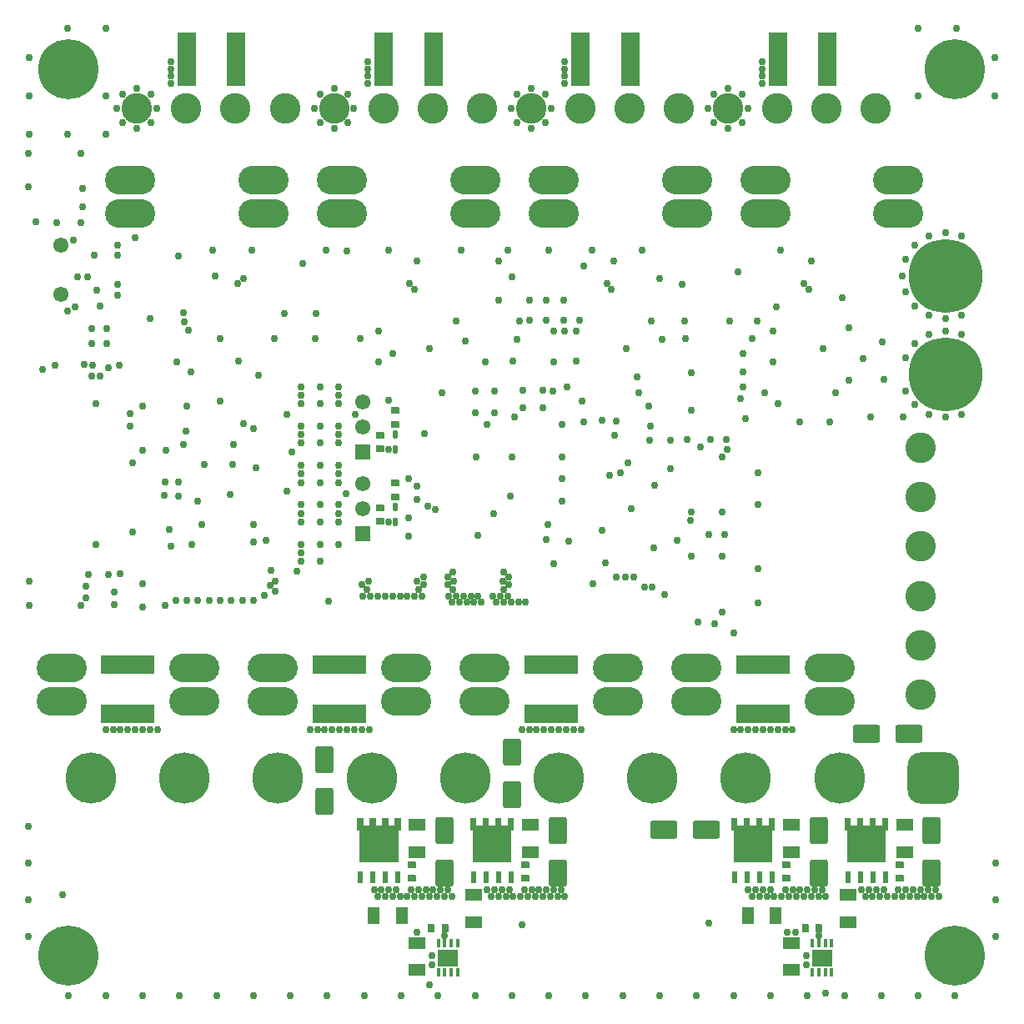
<source format=gbr>
%TF.GenerationSoftware,Altium Limited,Altium Designer,25.8.1 (18)*%
G04 Layer_Color=16711935*
%FSLAX45Y45*%
%MOMM*%
%TF.SameCoordinates,5F8AD7AF-A6C7-491F-921A-1EE88451CE46*%
%TF.FilePolarity,Negative*%
%TF.FileFunction,Soldermask,Bot*%
%TF.Part,Single*%
G01*
G75*
%TA.AperFunction,SMDPad,CuDef*%
%ADD37R,1.75822X1.30550*%
%TA.AperFunction,ComponentPad*%
%ADD53C,1.55000*%
%ADD55R,1.55000X1.55000*%
%TA.AperFunction,SMDPad,CuDef*%
%ADD61R,0.61000X1.27000*%
%ADD63R,5.40312X1.88209*%
%ADD68R,1.88209X5.40312*%
G04:AMPARAMS|DCode=80|XSize=0.86mm|YSize=0.7604mm|CornerRadius=0.13255mm|HoleSize=0mm|Usage=FLASHONLY|Rotation=0.000|XOffset=0mm|YOffset=0mm|HoleType=Round|Shape=RoundedRectangle|*
%AMROUNDEDRECTD80*
21,1,0.86000,0.49530,0,0,0.0*
21,1,0.59490,0.76040,0,0,0.0*
1,1,0.26510,0.29745,-0.24765*
1,1,0.26510,-0.29745,-0.24765*
1,1,0.26510,-0.29745,0.24765*
1,1,0.26510,0.29745,0.24765*
%
%ADD80ROUNDEDRECTD80*%
G04:AMPARAMS|DCode=81|XSize=0.86mm|YSize=0.7604mm|CornerRadius=0.13255mm|HoleSize=0mm|Usage=FLASHONLY|Rotation=90.000|XOffset=0mm|YOffset=0mm|HoleType=Round|Shape=RoundedRectangle|*
%AMROUNDEDRECTD81*
21,1,0.86000,0.49530,0,0,90.0*
21,1,0.59490,0.76040,0,0,90.0*
1,1,0.26510,0.24765,0.29745*
1,1,0.26510,0.24765,-0.29745*
1,1,0.26510,-0.24765,-0.29745*
1,1,0.26510,-0.24765,0.29745*
%
%ADD81ROUNDEDRECTD81*%
%ADD89R,1.20000X1.75000*%
G04:AMPARAMS|DCode=94|XSize=2.75mm|YSize=1.85mm|CornerRadius=0.26875mm|HoleSize=0mm|Usage=FLASHONLY|Rotation=270.000|XOffset=0mm|YOffset=0mm|HoleType=Round|Shape=RoundedRectangle|*
%AMROUNDEDRECTD94*
21,1,2.75000,1.31250,0,0,270.0*
21,1,2.21250,1.85000,0,0,270.0*
1,1,0.53750,-0.65625,-1.10625*
1,1,0.53750,-0.65625,1.10625*
1,1,0.53750,0.65625,1.10625*
1,1,0.53750,0.65625,-1.10625*
%
%ADD94ROUNDEDRECTD94*%
%ADD96R,1.75000X1.20000*%
%TA.AperFunction,ComponentPad*%
%ADD97C,5.18000*%
G04:AMPARAMS|DCode=98|XSize=5.18mm|YSize=5.18mm|CornerRadius=1.32mm|HoleSize=0mm|Usage=FLASHONLY|Rotation=0.000|XOffset=0mm|YOffset=0mm|HoleType=Round|Shape=RoundedRectangle|*
%AMROUNDEDRECTD98*
21,1,5.18000,2.54000,0,0,0.0*
21,1,2.54000,5.18000,0,0,0.0*
1,1,2.64000,1.27000,-1.27000*
1,1,2.64000,-1.27000,-1.27000*
1,1,2.64000,-1.27000,1.27000*
1,1,2.64000,1.27000,1.27000*
%
%ADD98ROUNDEDRECTD98*%
%ADD101C,3.10000*%
%ADD102C,0.90000*%
%ADD103C,6.10000*%
%TA.AperFunction,ViaPad*%
%ADD104C,0.75000*%
%TA.AperFunction,SMDPad,CuDef*%
G04:AMPARAMS|DCode=105|XSize=2.75mm|YSize=1.85mm|CornerRadius=0.26875mm|HoleSize=0mm|Usage=FLASHONLY|Rotation=180.000|XOffset=0mm|YOffset=0mm|HoleType=Round|Shape=RoundedRectangle|*
%AMROUNDEDRECTD105*
21,1,2.75000,1.31250,0,0,180.0*
21,1,2.21250,1.85000,0,0,180.0*
1,1,0.53750,-1.10625,0.65625*
1,1,0.53750,1.10625,0.65625*
1,1,0.53750,1.10625,-0.65625*
1,1,0.53750,-1.10625,-0.65625*
%
%ADD105ROUNDEDRECTD105*%
G04:AMPARAMS|DCode=106|XSize=0.4mm|YSize=0.9mm|CornerRadius=0.125mm|HoleSize=0mm|Usage=FLASHONLY|Rotation=180.000|XOffset=0mm|YOffset=0mm|HoleType=Round|Shape=RoundedRectangle|*
%AMROUNDEDRECTD106*
21,1,0.40000,0.65000,0,0,180.0*
21,1,0.15000,0.90000,0,0,180.0*
1,1,0.25000,-0.07500,0.32500*
1,1,0.25000,0.07500,0.32500*
1,1,0.25000,0.07500,-0.32500*
1,1,0.25000,-0.07500,-0.32500*
%
%ADD106ROUNDEDRECTD106*%
%ADD107R,2.15000X1.80000*%
G04:AMPARAMS|DCode=108|XSize=0.77mm|YSize=0.5mm|CornerRadius=0.09mm|HoleSize=0mm|Usage=FLASHONLY|Rotation=270.000|XOffset=0mm|YOffset=0mm|HoleType=Round|Shape=RoundedRectangle|*
%AMROUNDEDRECTD108*
21,1,0.77000,0.32000,0,0,270.0*
21,1,0.59000,0.50000,0,0,270.0*
1,1,0.18000,-0.16000,-0.29500*
1,1,0.18000,-0.16000,0.29500*
1,1,0.18000,0.16000,0.29500*
1,1,0.18000,0.16000,-0.29500*
%
%ADD108ROUNDEDRECTD108*%
%TA.AperFunction,ComponentPad*%
G04:AMPARAMS|DCode=109|XSize=5.1mm|YSize=2.9mm|CornerRadius=1.45mm|HoleSize=0mm|Usage=FLASHONLY|Rotation=0.000|XOffset=0mm|YOffset=0mm|HoleType=Round|Shape=RoundedRectangle|*
%AMROUNDEDRECTD109*
21,1,5.10000,0.00000,0,0,0.0*
21,1,2.20000,2.90000,0,0,0.0*
1,1,2.90000,1.10000,0.00000*
1,1,2.90000,-1.10000,0.00000*
1,1,2.90000,-1.10000,0.00000*
1,1,2.90000,1.10000,0.00000*
%
%ADD109ROUNDEDRECTD109*%
%ADD110C,7.50000*%
G36*
X3871000Y1766000D02*
X3845500D01*
Y1441000D01*
X3454500D01*
Y1766000D01*
X3429000D01*
Y1893000D01*
X3490000D01*
Y1816000D01*
X3556000D01*
Y1893000D01*
X3617000D01*
Y1816000D01*
X3683000D01*
Y1893000D01*
X3744000D01*
Y1816000D01*
X3810000D01*
Y1893000D01*
X3871000D01*
Y1766000D01*
D02*
G37*
G36*
X5021000D02*
X4995500D01*
Y1441000D01*
X4604500D01*
Y1766000D01*
X4579000D01*
Y1893000D01*
X4640000D01*
Y1816000D01*
X4706000D01*
Y1893000D01*
X4767000D01*
Y1816000D01*
X4833000D01*
Y1893000D01*
X4894000D01*
Y1816000D01*
X4960000D01*
Y1893000D01*
X5021000D01*
Y1766000D01*
D02*
G37*
G36*
X7671043Y1765974D02*
X7645543D01*
Y1440974D01*
X7254543D01*
Y1765974D01*
X7229043D01*
Y1892974D01*
X7290043D01*
Y1815974D01*
X7356043D01*
Y1892974D01*
X7417043D01*
Y1815974D01*
X7483043D01*
Y1892974D01*
X7544043D01*
Y1815974D01*
X7610043D01*
Y1892974D01*
X7671043D01*
Y1765974D01*
D02*
G37*
G36*
X8821043D02*
X8795543D01*
Y1440974D01*
X8404543D01*
Y1765974D01*
X8379043D01*
Y1892974D01*
X8440043D01*
Y1815974D01*
X8506043D01*
Y1892974D01*
X8567043D01*
Y1815974D01*
X8633043D01*
Y1892974D01*
X8694043D01*
Y1815974D01*
X8760043D01*
Y1892974D01*
X8821043D01*
Y1765974D01*
D02*
G37*
D37*
X7837543Y625110D02*
D03*
X4037500Y625136D02*
D03*
X7837543Y349838D02*
D03*
X4037500Y349864D02*
D03*
D53*
X3487500Y6116500D02*
D03*
Y5291500D02*
D03*
Y5037500D02*
D03*
Y5862500D02*
D03*
X419999Y7713991D02*
D03*
Y7213991D02*
D03*
D55*
X3487500Y4783500D02*
D03*
Y5608500D02*
D03*
D61*
X3459500Y1295500D02*
D03*
X3586500D02*
D03*
X3713500D02*
D03*
X3840500D02*
D03*
X8790543Y1295474D02*
D03*
X8663543D02*
D03*
X8536543D02*
D03*
X7640543D02*
D03*
X7386543D02*
D03*
X7513543D02*
D03*
X4863500Y1295500D02*
D03*
X4990500D02*
D03*
X4736500D02*
D03*
X8409543Y1295474D02*
D03*
X7259543D02*
D03*
X4609500Y1295500D02*
D03*
D63*
X3250000Y3451020D02*
D03*
X1100000D02*
D03*
Y2948980D02*
D03*
X3250000D02*
D03*
X5400000Y3451020D02*
D03*
Y2948980D02*
D03*
X7550000Y3451020D02*
D03*
Y2948980D02*
D03*
D68*
X1698980Y9600000D02*
D03*
X2201020D02*
D03*
X3698980D02*
D03*
X4201020D02*
D03*
X5698980D02*
D03*
X6201020D02*
D03*
X8201020D02*
D03*
X7698980D02*
D03*
D80*
X3812501Y5295000D02*
D03*
Y5155000D02*
D03*
X3662501Y5045000D02*
D03*
X3812500Y5892500D02*
D03*
X3662500Y5782500D02*
D03*
X3662501Y4905000D02*
D03*
X8937543Y1279974D02*
D03*
X7787543D02*
D03*
X3662500Y5642500D02*
D03*
X5137500Y1280000D02*
D03*
X3987500D02*
D03*
X3812500Y6032500D02*
D03*
X8937543Y1419974D02*
D03*
X7787543D02*
D03*
X5137500Y1420000D02*
D03*
X3987500D02*
D03*
D81*
X8120043Y774974D02*
D03*
X4320000Y775000D02*
D03*
X7980042Y774974D02*
D03*
X4180000Y775000D02*
D03*
D89*
X3880000Y900000D02*
D03*
X7680043Y899974D02*
D03*
X3595000Y900000D02*
D03*
X7395043Y899974D02*
D03*
D94*
X5000000Y2558750D02*
D03*
Y2128750D02*
D03*
X5462500Y1765000D02*
D03*
X3100100Y2490000D02*
D03*
Y2060000D02*
D03*
X4312500Y1765000D02*
D03*
X8112543Y1764974D02*
D03*
X9262543D02*
D03*
Y1334974D02*
D03*
X8112543D02*
D03*
X5462500Y1335000D02*
D03*
X4312500D02*
D03*
D96*
X5187500Y1830000D02*
D03*
X4037500D02*
D03*
X7837543Y1829974D02*
D03*
X8987543D02*
D03*
X4612915Y832497D02*
D03*
X8412958Y832471D02*
D03*
X8987543Y1544974D02*
D03*
X8412958Y1117471D02*
D03*
X7837543Y1544974D02*
D03*
X5187500Y1545000D02*
D03*
X4612915Y1117497D02*
D03*
X4037500Y1545000D02*
D03*
D97*
X725180Y2300000D02*
D03*
X2625100D02*
D03*
X1675140D02*
D03*
X3575060D02*
D03*
X5474980D02*
D03*
X6424940D02*
D03*
X8324860D02*
D03*
X4525020D02*
D03*
X7374900D02*
D03*
D98*
X9274820D02*
D03*
D101*
X9150000Y5150000D02*
D03*
Y5650000D02*
D03*
Y4150000D02*
D03*
Y4650000D02*
D03*
Y3150000D02*
D03*
Y3650000D02*
D03*
X5694000Y9098000D02*
D03*
X7194000D02*
D03*
X5194000D02*
D03*
X3194000D02*
D03*
X1194000D02*
D03*
X4194000D02*
D03*
X4694000D02*
D03*
X2194000D02*
D03*
X2694000D02*
D03*
X6194000D02*
D03*
X6694000D02*
D03*
X3694000D02*
D03*
X8694000D02*
D03*
X8194000D02*
D03*
X7694000D02*
D03*
X1694000D02*
D03*
D102*
X500000Y728600D02*
D03*
X338355Y661645D02*
D03*
X271400Y500000D02*
D03*
X338355Y338355D02*
D03*
X500000Y271400D02*
D03*
X661645Y338355D02*
D03*
X728600Y500000D02*
D03*
X661645Y661645D02*
D03*
X500000Y9728600D02*
D03*
X338355Y9661644D02*
D03*
X271400Y9500000D02*
D03*
X338355Y9338355D02*
D03*
X500000Y9271400D02*
D03*
X661645Y9338355D02*
D03*
X728600Y9500000D02*
D03*
X661645Y9661644D02*
D03*
X9500000Y728600D02*
D03*
X9338355Y661645D02*
D03*
X9271400Y500000D02*
D03*
X9338355Y338355D02*
D03*
X9500000Y271400D02*
D03*
X9661644Y338355D02*
D03*
X9728600Y500000D02*
D03*
X9661644Y661645D02*
D03*
X9500000Y9728600D02*
D03*
X9338355Y9661644D02*
D03*
X9271400Y9500000D02*
D03*
X9338355Y9338355D02*
D03*
X9500000Y9271400D02*
D03*
X9661644Y9338355D02*
D03*
X9728600Y9500000D02*
D03*
X9661644Y9661644D02*
D03*
D103*
X500000Y500000D02*
D03*
Y9500000D02*
D03*
X9500000Y500000D02*
D03*
Y9500000D02*
D03*
D104*
X8181250Y112500D02*
D03*
X875000Y87500D02*
D03*
X2000000D02*
D03*
X1250000D02*
D03*
X1625000D02*
D03*
X3125000D02*
D03*
X2375000D02*
D03*
X2750000D02*
D03*
X437500Y1112500D02*
D03*
X1700000Y4100000D02*
D03*
X5100000Y812500D02*
D03*
X1925000Y4100000D02*
D03*
X4162500Y200000D02*
D03*
X2375001Y4100000D02*
D03*
X7000000Y825000D02*
D03*
X2150000Y4100000D02*
D03*
X4840000Y4087500D02*
D03*
X4990000D02*
D03*
X5065000D02*
D03*
X4915000D02*
D03*
X5140000D02*
D03*
X4390000D02*
D03*
X4540000D02*
D03*
X4615000D02*
D03*
X4465000D02*
D03*
X4690000D02*
D03*
X1012500Y6487500D02*
D03*
X1668750Y7025000D02*
D03*
X5650000Y6531250D02*
D03*
X6062500Y5925000D02*
D03*
X1324999Y6962500D02*
D03*
X1024999Y4375000D02*
D03*
X5687500Y6950000D02*
D03*
X5525000Y7150000D02*
D03*
Y6950000D02*
D03*
X5350000Y7150000D02*
D03*
Y6950000D02*
D03*
X5175000Y7150000D02*
D03*
Y6950000D02*
D03*
X5312500Y6237500D02*
D03*
X5112500D02*
D03*
X5312500Y6062500D02*
D03*
X5112500D02*
D03*
X4625000Y6012500D02*
D03*
X4825000D02*
D03*
Y6225000D02*
D03*
X4625000D02*
D03*
X7925000Y5912500D02*
D03*
X8225000D02*
D03*
X6387500Y6075000D02*
D03*
X6400000Y5725000D02*
D03*
X6406414Y5870661D02*
D03*
X6612500Y5437500D02*
D03*
X6100000Y5400000D02*
D03*
X7350000Y6425000D02*
D03*
X6175000Y5500000D02*
D03*
X7350000Y6275000D02*
D03*
X6825000Y6412500D02*
D03*
Y4550000D02*
D03*
X1125000Y6000000D02*
D03*
Y5875000D02*
D03*
X6825000Y5000000D02*
D03*
X6912500Y5662500D02*
D03*
X2375000Y5850000D02*
D03*
X6812500Y4912500D02*
D03*
X1250000Y5625000D02*
D03*
X6825000Y6037500D02*
D03*
X7325000Y6150000D02*
D03*
X6775000Y5737500D02*
D03*
X7175000D02*
D03*
X3137500Y4093750D02*
D03*
X2818750Y4400000D02*
D03*
X2487500Y4156250D02*
D03*
X4970000Y4337500D02*
D03*
X4920000Y4387500D02*
D03*
X4970000Y4262500D02*
D03*
X4907500Y4300000D02*
D03*
X4920000Y4212500D02*
D03*
X4957500Y4150000D02*
D03*
X4882500D02*
D03*
X4807500D02*
D03*
X4657500D02*
D03*
X4400000Y4387500D02*
D03*
Y4212500D02*
D03*
X4350000Y4262500D02*
D03*
X4432500Y4150000D02*
D03*
X4582500D02*
D03*
X4507500D02*
D03*
X4412500Y4300000D02*
D03*
X4350000Y4337500D02*
D03*
X4357500Y4150000D02*
D03*
X5499998Y1162500D02*
D03*
X5424999D02*
D03*
X5349999D02*
D03*
X4349998D02*
D03*
X4274999D02*
D03*
X4199999D02*
D03*
X8150041Y1162474D02*
D03*
X8075041D02*
D03*
X8000041D02*
D03*
X9300041D02*
D03*
X9225041D02*
D03*
X9150041D02*
D03*
X8550043D02*
D03*
X8587542Y1099974D02*
D03*
X8625042Y1162474D02*
D03*
X8700042D02*
D03*
X8662542Y1099974D02*
D03*
X8775042Y1162474D02*
D03*
X8737542Y1099974D02*
D03*
X8962542D02*
D03*
X9000042Y1162474D02*
D03*
X8887542Y1099974D02*
D03*
X8925042Y1162474D02*
D03*
X8812542Y1099974D02*
D03*
X9187541D02*
D03*
X9112541D02*
D03*
X9075042Y1162474D02*
D03*
X9037541Y1099974D02*
D03*
X9262541D02*
D03*
X9337541D02*
D03*
X7400043Y1162474D02*
D03*
X7437542Y1099974D02*
D03*
X7475042Y1162474D02*
D03*
X7550042D02*
D03*
X7512542Y1099974D02*
D03*
X7625042Y1162474D02*
D03*
X7587542Y1099974D02*
D03*
X7812542D02*
D03*
X7850042Y1162474D02*
D03*
X7737542Y1099974D02*
D03*
X7775042Y1162474D02*
D03*
X7662542Y1099974D02*
D03*
X8037541D02*
D03*
X7962541D02*
D03*
X7925042Y1162474D02*
D03*
X7887542Y1099974D02*
D03*
X8112541D02*
D03*
X8187541D02*
D03*
X4750000Y1162500D02*
D03*
X4787500Y1100000D02*
D03*
X4825000Y1162500D02*
D03*
X4900000D02*
D03*
X4862500Y1100000D02*
D03*
X4974999Y1162500D02*
D03*
X4937499Y1100000D02*
D03*
X5162499D02*
D03*
X5199999Y1162500D02*
D03*
X5087499Y1100000D02*
D03*
X5124999Y1162500D02*
D03*
X5012499Y1100000D02*
D03*
X5387498D02*
D03*
X5312499D02*
D03*
X5274999Y1162500D02*
D03*
X5237499Y1100000D02*
D03*
X5462498D02*
D03*
X5537498D02*
D03*
X4387498D02*
D03*
X4312498D02*
D03*
X4087499D02*
D03*
X4124999Y1162500D02*
D03*
X4162499Y1100000D02*
D03*
X4237499D02*
D03*
X3862499D02*
D03*
X3974999Y1162500D02*
D03*
X3937499Y1100000D02*
D03*
X4049999Y1162500D02*
D03*
X4012499Y1100000D02*
D03*
X3787499D02*
D03*
X3824999Y1162500D02*
D03*
X3712500Y1100000D02*
D03*
X3750000Y1162500D02*
D03*
X3675000D02*
D03*
X3637500Y1100000D02*
D03*
X3237500Y4675000D02*
D03*
X2862500Y4500000D02*
D03*
Y4675000D02*
D03*
X2862500Y4587500D02*
D03*
X3049999Y4499999D02*
D03*
Y4674999D02*
D03*
X8562500Y6562500D02*
D03*
X8775000Y6350000D02*
D03*
X8762500Y6725000D02*
D03*
X7881250Y737500D02*
D03*
X7793750D02*
D03*
X2550000Y4406250D02*
D03*
X1812500Y4100000D02*
D03*
X5825000Y4275000D02*
D03*
X2543750Y4256250D02*
D03*
X2712500Y5212500D02*
D03*
X4037500Y5262500D02*
D03*
X2507500Y4712500D02*
D03*
X4650000Y4762500D02*
D03*
X3950000Y4756250D02*
D03*
X2375000Y4700000D02*
D03*
X1525000Y4825000D02*
D03*
X1750000Y4675000D02*
D03*
X1537500Y4650000D02*
D03*
X7137500Y4550000D02*
D03*
X7162500Y4775000D02*
D03*
X5950000Y4487500D02*
D03*
X5575000Y4706250D02*
D03*
X5350000Y4725000D02*
D03*
X6237500Y4337500D02*
D03*
X6212500Y5037500D02*
D03*
X5362500Y4875000D02*
D03*
X6887500Y3887500D02*
D03*
X7350000Y6612500D02*
D03*
X8995803Y6567424D02*
D03*
X7650000Y6837500D02*
D03*
X5650000D02*
D03*
X3650000D02*
D03*
X2687500Y7012500D02*
D03*
X5537500Y6837500D02*
D03*
X5425000D02*
D03*
X8117543Y698724D02*
D03*
X4317500Y698750D02*
D03*
X4037500Y737500D02*
D03*
X9400000Y6962500D02*
D03*
X9090641Y7090641D02*
D03*
X8962500Y7400000D02*
D03*
X9090641Y7709359D02*
D03*
X9400000Y7837500D02*
D03*
X9232576Y7804197D02*
D03*
X9567424D02*
D03*
Y6995803D02*
D03*
X9232576D02*
D03*
X8995803Y7232576D02*
D03*
Y7567424D02*
D03*
X4112500Y5800000D02*
D03*
X2600000Y4300000D02*
D03*
Y4200000D02*
D03*
X900000Y4362500D02*
D03*
X962500Y4187500D02*
D03*
Y4062500D02*
D03*
X5000000Y87500D02*
D03*
X4625000D02*
D03*
X5375000D02*
D03*
X3875000D02*
D03*
X3500000D02*
D03*
X4250000D02*
D03*
X9912500Y1437500D02*
D03*
Y1062500D02*
D03*
Y687500D02*
D03*
X9125000Y87500D02*
D03*
X9500000D02*
D03*
X8750000D02*
D03*
X6992000Y9098000D02*
D03*
X7396000Y9098000D02*
D03*
X7194000Y8896000D02*
D03*
X7194000Y9300000D02*
D03*
X7051165Y9240836D02*
D03*
X7336836Y9240835D02*
D03*
X7336835Y8955164D02*
D03*
X7051164Y8955165D02*
D03*
X4992000Y9098000D02*
D03*
X5396000Y9098000D02*
D03*
X5194000Y8896000D02*
D03*
X5194000Y9300000D02*
D03*
X5051165Y9240836D02*
D03*
X5336836Y9240835D02*
D03*
X5336835Y8955164D02*
D03*
X5051164Y8955165D02*
D03*
X2992000Y9098000D02*
D03*
X3396000Y9098000D02*
D03*
X3194000Y8896000D02*
D03*
X3194000Y9300000D02*
D03*
X3051165Y9240836D02*
D03*
X3336836Y9240835D02*
D03*
X3336835Y8955164D02*
D03*
X3051164Y8955165D02*
D03*
X1051164D02*
D03*
X1336835Y8955164D02*
D03*
X1336835Y9240835D02*
D03*
X1051164Y9240836D02*
D03*
X1194000Y9300000D02*
D03*
X1193999Y8896000D02*
D03*
X1395999Y9098000D02*
D03*
X992000Y9098000D02*
D03*
X546269Y7762352D02*
D03*
X9900000Y9225000D02*
D03*
Y9612500D02*
D03*
X9512500Y9912500D02*
D03*
X9125000D02*
D03*
Y9225000D02*
D03*
X7537501Y9575000D02*
D03*
Y9500000D02*
D03*
Y9425000D02*
D03*
Y9350000D02*
D03*
X5537500Y9575000D02*
D03*
Y9500000D02*
D03*
Y9425000D02*
D03*
Y9350000D02*
D03*
X3537500Y9575000D02*
D03*
Y9500000D02*
D03*
Y9425000D02*
D03*
Y9350000D02*
D03*
X1537500D02*
D03*
Y9425000D02*
D03*
Y9500000D02*
D03*
Y9575000D02*
D03*
X875000Y9225000D02*
D03*
Y9912500D02*
D03*
X487500D02*
D03*
X100000Y9612500D02*
D03*
Y9225000D02*
D03*
X875000Y8837500D02*
D03*
X487500D02*
D03*
X100000D02*
D03*
X1250000Y4037500D02*
D03*
X7000000Y4775000D02*
D03*
X8637500Y5968750D02*
D03*
X6043750Y5781250D02*
D03*
X8975000Y5968750D02*
D03*
X4862500Y7150000D02*
D03*
X4012460Y7262545D02*
D03*
X2212450Y7325025D02*
D03*
X3962459Y7325045D02*
D03*
X2274950Y7375025D02*
D03*
X2874951Y7525025D02*
D03*
X4862500Y7550000D02*
D03*
X4037460Y7550044D02*
D03*
X1987451Y7400025D02*
D03*
X6037500Y7549999D02*
D03*
X8037500Y7550000D02*
D03*
X7700000Y6100000D02*
D03*
X8375000Y87500D02*
D03*
X7625000D02*
D03*
X8000000D02*
D03*
X6875000D02*
D03*
X7250000D02*
D03*
X6125000D02*
D03*
X6500000D02*
D03*
X5750000D02*
D03*
X500000D02*
D03*
X87500Y687500D02*
D03*
Y1062500D02*
D03*
Y1437500D02*
D03*
Y1812500D02*
D03*
X4525000Y6737500D02*
D03*
X7187500Y5637500D02*
D03*
X7012500Y5737500D02*
D03*
X6612500Y5725000D02*
D03*
X7293750Y7437500D02*
D03*
X6725000Y7312500D02*
D03*
X6500000Y7375000D02*
D03*
X7487500Y6937500D02*
D03*
X6762500Y6762500D02*
D03*
X7437500D02*
D03*
X6525000Y6750000D02*
D03*
X5725000Y5912500D02*
D03*
X5512500Y5887500D02*
D03*
Y5562500D02*
D03*
X7562500Y6212500D02*
D03*
X7375000Y5950000D02*
D03*
X6275000Y6375000D02*
D03*
X6750000Y6937500D02*
D03*
X6450000Y5275000D02*
D03*
X5912500Y4812500D02*
D03*
X5987500Y5375000D02*
D03*
X5512500Y5112500D02*
D03*
Y5337500D02*
D03*
X5918750Y5931250D02*
D03*
X5712500Y6131250D02*
D03*
X5562500Y6275000D02*
D03*
X5412500Y6225000D02*
D03*
X6550000Y4162500D02*
D03*
X4987500Y5162500D02*
D03*
X4812500Y4987500D02*
D03*
X3950000Y4937500D02*
D03*
X2712500Y5987500D02*
D03*
X2762500Y5612500D02*
D03*
X3412500Y5987500D02*
D03*
X3312500Y5187500D02*
D03*
X2137500Y5175000D02*
D03*
X2400000Y5450000D02*
D03*
X1850000Y4875000D02*
D03*
X1812500Y5112500D02*
D03*
X2162500Y5487500D02*
D03*
X1875000D02*
D03*
X2175000Y5687500D02*
D03*
X1662500D02*
D03*
X1687500Y5825000D02*
D03*
X1675000Y6931250D02*
D03*
X5012500Y6531250D02*
D03*
X5025000Y5962500D02*
D03*
X5000000Y5562500D02*
D03*
X4637500D02*
D03*
X4750000Y5887500D02*
D03*
X4731250Y6525000D02*
D03*
X4437500Y6937500D02*
D03*
X5725000Y7500000D02*
D03*
X5000000Y7387500D02*
D03*
X5050000Y6750000D02*
D03*
X5075000Y6937500D02*
D03*
X6412500D02*
D03*
X7212500D02*
D03*
X7687500Y7087500D02*
D03*
X8425000Y6337500D02*
D03*
Y6875000D02*
D03*
X8350000Y7175000D02*
D03*
X7725000Y7662500D02*
D03*
X6325000D02*
D03*
X5812500D02*
D03*
X5375000D02*
D03*
X4962500D02*
D03*
X4487500D02*
D03*
X3750000D02*
D03*
X3112500D02*
D03*
X2362500D02*
D03*
X1962500D02*
D03*
X1612500Y7600000D02*
D03*
X1175000Y7787500D02*
D03*
X3787500Y6606250D02*
D03*
X3744955Y6134065D02*
D03*
X3462500Y6762500D02*
D03*
X3000000D02*
D03*
X2587500D02*
D03*
X2037500D02*
D03*
X1737500Y6425000D02*
D03*
X1593750Y6525000D02*
D03*
X906250Y6462500D02*
D03*
X625000Y7937500D02*
D03*
X87500Y8300000D02*
D03*
X637500Y8287500D02*
D03*
X625000Y8637500D02*
D03*
X87500D02*
D03*
X6437500Y4637500D02*
D03*
X6675000Y4712500D02*
D03*
X7062500Y3862500D02*
D03*
X7500000Y5400000D02*
D03*
Y5075000D02*
D03*
Y4425000D02*
D03*
Y4081250D02*
D03*
X9400000Y5962500D02*
D03*
X9090641Y6090641D02*
D03*
Y6709359D02*
D03*
X9400000Y6837500D02*
D03*
X9232576Y6804197D02*
D03*
X9567424D02*
D03*
Y5995803D02*
D03*
X9232576D02*
D03*
X8995803Y6232576D02*
D03*
X1150000Y4800000D02*
D03*
Y5500000D02*
D03*
X1700000Y6075000D02*
D03*
X1250000D02*
D03*
X2275000Y5900000D02*
D03*
X2375000Y4875000D02*
D03*
X775000Y6100000D02*
D03*
Y4675000D02*
D03*
X1475000Y4050000D02*
D03*
X625000D02*
D03*
X100000Y4300000D02*
D03*
Y4050000D02*
D03*
X7250000Y3775000D02*
D03*
X6425000Y4237500D02*
D03*
X6350000D02*
D03*
X6150000Y4337500D02*
D03*
X6062500D02*
D03*
X5425000Y4475000D02*
D03*
X4225000Y5025000D02*
D03*
X1250000Y4275000D02*
D03*
X236695Y6447498D02*
D03*
X3237500Y5874999D02*
D03*
X2862500Y5873500D02*
D03*
X3049999D02*
D03*
X2862500Y5787500D02*
D03*
X4100000Y4337500D02*
D03*
Y4262500D02*
D03*
X4037500Y4300000D02*
D03*
X4050000Y4212500D02*
D03*
X4087500Y4150000D02*
D03*
X4012500D02*
D03*
X3937500D02*
D03*
X3862500D02*
D03*
X3787500D02*
D03*
X3712500D02*
D03*
X3530000Y4212500D02*
D03*
X3542500Y4300000D02*
D03*
X3637500Y4150000D02*
D03*
X3480000Y4262500D02*
D03*
X3487500Y4150000D02*
D03*
X3562500D02*
D03*
X737498Y6380000D02*
D03*
X817498Y6380000D02*
D03*
X7550000Y2787500D02*
D03*
X7475000D02*
D03*
X7400000D02*
D03*
X7250000D02*
D03*
X7325000D02*
D03*
X7700000D02*
D03*
X7625000D02*
D03*
X7850000D02*
D03*
X7775000D02*
D03*
X5400000D02*
D03*
X5325000D02*
D03*
X5250000D02*
D03*
X5100000D02*
D03*
X5175000D02*
D03*
X5550000D02*
D03*
X5475000D02*
D03*
X5700000D02*
D03*
X5625000D02*
D03*
X3250000D02*
D03*
X3175000D02*
D03*
X3100000D02*
D03*
X2950000D02*
D03*
X3025000D02*
D03*
X3400000D02*
D03*
X3325000D02*
D03*
X3550000D02*
D03*
X3475000D02*
D03*
X1325000D02*
D03*
X1400000D02*
D03*
X1175000D02*
D03*
X1250000D02*
D03*
X875000D02*
D03*
X950000D02*
D03*
X1025000D02*
D03*
X1100000D02*
D03*
X3324950Y7650025D02*
D03*
X3012451Y7012525D02*
D03*
X4287459Y6212545D02*
D03*
X4037500Y5125000D02*
D03*
X4145000Y5062500D02*
D03*
X3950000Y5337500D02*
D03*
X7137500Y5000000D02*
D03*
X2225000Y6537500D02*
D03*
X2424999Y6386000D02*
D03*
X1618185Y5307323D02*
D03*
X1615823Y5165314D02*
D03*
X1473814Y5167676D02*
D03*
X1476176Y5309685D02*
D03*
X1487500Y5625000D02*
D03*
X3237499Y6187499D02*
D03*
X3237500Y6274999D02*
D03*
X2862500Y6187500D02*
D03*
X2862500Y6274999D02*
D03*
X3237500Y5300000D02*
D03*
X2862500D02*
D03*
X2862500Y5387500D02*
D03*
X3237499Y5387499D02*
D03*
X3237500Y5474999D02*
D03*
X3750001Y4900000D02*
D03*
X3750000Y5637500D02*
D03*
X3049999Y6274999D02*
D03*
Y6099999D02*
D03*
X2862500Y6099999D02*
D03*
X3237500D02*
D03*
X2862500Y5474999D02*
D03*
X3049999Y5299999D02*
D03*
Y5474999D02*
D03*
X2862500Y5700000D02*
D03*
X3049999Y5699999D02*
D03*
X3237500Y5700000D02*
D03*
X7137500Y3987500D02*
D03*
Y5562500D02*
D03*
X6287500Y6212500D02*
D03*
X3649959Y6525000D02*
D03*
X5425000D02*
D03*
X762499Y7612500D02*
D03*
X565786Y7086053D02*
D03*
X7962500Y7325001D02*
D03*
X8012500Y7262501D02*
D03*
X8162500Y6662501D02*
D03*
X7650000Y6525000D02*
D03*
X8287500Y6212500D02*
D03*
X6012500Y7262500D02*
D03*
X5962500Y7325000D02*
D03*
X6162500Y6662500D02*
D03*
X4162460Y6662545D02*
D03*
X8150043Y474974D02*
D03*
X7987543Y499974D02*
D03*
Y399974D02*
D03*
X4187500Y500000D02*
D03*
X4350000Y475000D02*
D03*
X4187500Y400000D02*
D03*
X999999Y7612500D02*
D03*
Y7312499D02*
D03*
Y7200000D02*
D03*
X687499Y7387500D02*
D03*
X587724D02*
D03*
X885888Y6862566D02*
D03*
X887499Y6712499D02*
D03*
X735888Y6862023D02*
D03*
X737499Y6712500D02*
D03*
X3600000Y1162500D02*
D03*
X2262500Y4100000D02*
D03*
X2037500Y4100000D02*
D03*
X362499Y6487500D02*
D03*
X1587500Y4100000D02*
D03*
X696302Y4367365D02*
D03*
X675000Y4250000D02*
D03*
Y4125000D02*
D03*
X2037500Y6125000D02*
D03*
X3049999Y5074999D02*
D03*
Y4899999D02*
D03*
X2862500Y4987500D02*
D03*
X2862500Y5075000D02*
D03*
Y4900000D02*
D03*
X3237500Y5075000D02*
D03*
Y4900000D02*
D03*
X3237499Y4987499D02*
D03*
Y5787499D02*
D03*
X999999Y7712500D02*
D03*
X637500Y8100000D02*
D03*
X485000Y7038992D02*
D03*
X1714373Y6847033D02*
D03*
X740391Y6488093D02*
D03*
X659999Y6501492D02*
D03*
X815255Y7096434D02*
D03*
X786467Y7256113D02*
D03*
X162500Y7950000D02*
D03*
X375000Y7937500D02*
D03*
D105*
X6541250Y1775000D02*
D03*
X6971250D02*
D03*
X8597500Y2750000D02*
D03*
X9027500D02*
D03*
D106*
X4252500Y325000D02*
D03*
X4382500Y625000D02*
D03*
X4252500D02*
D03*
X8182543Y624974D02*
D03*
X8052543D02*
D03*
X4447500Y625000D02*
D03*
X4382500Y325000D02*
D03*
X4447500D02*
D03*
X4317500D02*
D03*
Y625000D02*
D03*
X8247543Y324974D02*
D03*
X8182543D02*
D03*
X8052543D02*
D03*
X8247543Y624974D02*
D03*
X8117543Y324974D02*
D03*
Y624974D02*
D03*
D107*
X4350000Y475000D02*
D03*
X8150043Y474974D02*
D03*
D108*
X3812501Y5049000D02*
D03*
X3812500Y5786500D02*
D03*
X3812501Y4901000D02*
D03*
X3812500Y5638500D02*
D03*
D109*
X3925000Y3420000D02*
D03*
Y3080000D02*
D03*
X2575000Y3420000D02*
D03*
Y3080000D02*
D03*
X4725000Y3420000D02*
D03*
Y3080000D02*
D03*
X6875000Y3420000D02*
D03*
Y3080000D02*
D03*
X425000Y3420000D02*
D03*
Y3080000D02*
D03*
X7575000Y8030000D02*
D03*
Y8370000D02*
D03*
X3275000Y8030000D02*
D03*
Y8370000D02*
D03*
X5425000Y8030000D02*
D03*
Y8370000D02*
D03*
X1125000D02*
D03*
Y8030000D02*
D03*
X1774999Y3080000D02*
D03*
Y3420000D02*
D03*
X6075000Y3080000D02*
D03*
Y3420000D02*
D03*
X8225000Y3080000D02*
D03*
Y3420000D02*
D03*
X2475000Y8370000D02*
D03*
Y8030000D02*
D03*
X6775000Y8370000D02*
D03*
Y8030000D02*
D03*
X4625000Y8370000D02*
D03*
Y8030000D02*
D03*
X8925000Y8370000D02*
D03*
Y8030000D02*
D03*
D110*
X9400000Y7400000D02*
D03*
Y6400000D02*
D03*
%TF.MD5,9f4da08b06b75be3b0f9fdb08473314d*%
M02*

</source>
